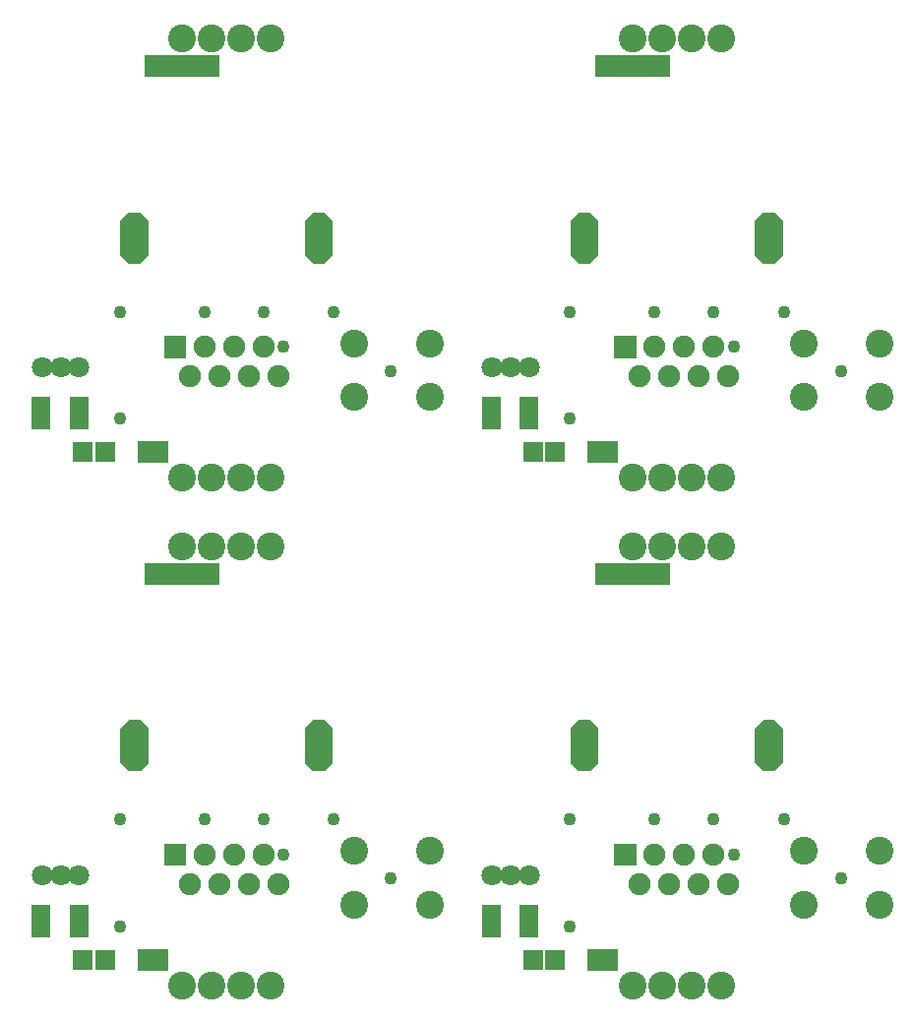
<source format=gbr>
%FSLAX34Y34*%
%MOMM*%
%LNSOLDERMASK_BOTTOM*%
G71*
G01*
%ADD10C, 1.900*%
%ADD11C, 1.800*%
%ADD12C, 2.400*%
%ADD13C, 1.100*%
%ADD14C, 1.100*%
%ADD15R, 1.400X1.900*%
%ADD16R, 1.700X1.800*%
%LPD*%
X201613Y-301625D02*
G54D10*
D03*
X188813Y-327025D02*
G54D10*
D03*
X163413Y-327025D02*
G54D10*
D03*
X227013Y-301625D02*
G54D10*
D03*
G36*
X160313Y-311125D02*
X141313Y-311125D01*
X141313Y-292125D01*
X160313Y-292125D01*
X160313Y-311125D01*
G37*
X214213Y-327025D02*
G54D10*
D03*
X239613Y-327025D02*
G54D10*
D03*
X176213Y-301625D02*
G54D10*
D03*
G36*
X103913Y-192982D02*
X110933Y-185962D01*
X120893Y-185962D01*
X127913Y-192982D01*
X127913Y-222942D01*
X120893Y-229962D01*
X110933Y-229962D01*
X103913Y-222942D01*
X103913Y-192982D01*
G37*
G36*
X262613Y-192982D02*
X269633Y-185962D01*
X279593Y-185962D01*
X286613Y-192982D01*
X286613Y-222942D01*
X279593Y-229962D01*
X269633Y-229962D01*
X262613Y-222942D01*
X262613Y-192982D01*
G37*
X36538Y-319063D02*
G54D11*
D03*
X52388Y-319088D02*
G54D11*
D03*
X68263Y-319088D02*
G54D11*
D03*
X369913Y-344463D02*
G54D12*
D03*
X369888Y-298450D02*
G54D12*
D03*
X304813Y-344463D02*
G54D12*
D03*
X304800Y-298575D02*
G54D12*
D03*
X233363Y-414338D02*
G54D12*
D03*
X207963Y-414338D02*
G54D12*
D03*
X182563Y-414338D02*
G54D12*
D03*
X157163Y-414338D02*
G54D12*
D03*
X287350Y-271450D02*
G54D13*
D03*
X227013Y-271462D02*
G54D14*
D03*
X103188Y-363538D02*
G54D13*
D03*
X336550Y-322263D02*
G54D13*
D03*
X103200Y-271450D02*
G54D13*
D03*
X176213Y-271462D02*
G54D13*
D03*
X244475Y-301625D02*
G54D13*
D03*
X169875Y-60312D02*
G54D15*
D03*
X144475Y-60312D02*
G54D15*
D03*
X182575Y-60312D02*
G54D15*
D03*
X157175Y-60312D02*
G54D15*
D03*
X131775Y-60312D02*
G54D15*
D03*
X125425Y-392100D02*
G54D15*
D03*
X138125Y-392100D02*
G54D15*
D03*
X71451Y-392100D02*
G54D16*
D03*
X90451Y-392100D02*
G54D16*
D03*
G36*
X60276Y-344762D02*
X76276Y-344762D01*
X76276Y-372762D01*
X60276Y-372762D01*
X60276Y-344762D01*
G37*
G36*
X27476Y-344762D02*
X43476Y-344762D01*
X43476Y-372762D01*
X27476Y-372762D01*
X27476Y-344762D01*
G37*
X157163Y-36462D02*
G54D12*
D03*
X182563Y-36462D02*
G54D12*
D03*
X207963Y-36462D02*
G54D12*
D03*
X233363Y-36462D02*
G54D12*
D03*
X588962Y-301625D02*
G54D10*
D03*
X576162Y-327025D02*
G54D10*
D03*
X550762Y-327025D02*
G54D10*
D03*
X614362Y-301625D02*
G54D10*
D03*
G36*
X547662Y-311125D02*
X528662Y-311125D01*
X528662Y-292125D01*
X547662Y-292125D01*
X547662Y-311125D01*
G37*
X601562Y-327025D02*
G54D10*
D03*
X626962Y-327025D02*
G54D10*
D03*
X563562Y-301625D02*
G54D10*
D03*
G36*
X491262Y-192982D02*
X498282Y-185962D01*
X508242Y-185962D01*
X515262Y-192982D01*
X515262Y-222942D01*
X508242Y-229962D01*
X498282Y-229962D01*
X491262Y-222942D01*
X491262Y-192982D01*
G37*
G36*
X649962Y-192982D02*
X656982Y-185962D01*
X666942Y-185962D01*
X673962Y-192982D01*
X673962Y-222942D01*
X666942Y-229962D01*
X656982Y-229962D01*
X649962Y-222942D01*
X649962Y-192982D01*
G37*
X423888Y-319063D02*
G54D11*
D03*
X439738Y-319088D02*
G54D11*
D03*
X455612Y-319088D02*
G54D11*
D03*
X757262Y-344463D02*
G54D12*
D03*
X757238Y-298450D02*
G54D12*
D03*
X692162Y-344463D02*
G54D12*
D03*
X692150Y-298575D02*
G54D12*
D03*
X620712Y-414338D02*
G54D12*
D03*
X595312Y-414338D02*
G54D12*
D03*
X569912Y-414338D02*
G54D12*
D03*
X544512Y-414338D02*
G54D12*
D03*
X674700Y-271450D02*
G54D13*
D03*
X614362Y-271462D02*
G54D14*
D03*
X490538Y-363538D02*
G54D13*
D03*
X723900Y-322263D02*
G54D13*
D03*
X490550Y-271450D02*
G54D13*
D03*
X563562Y-271462D02*
G54D13*
D03*
X631825Y-301625D02*
G54D13*
D03*
X557225Y-60313D02*
G54D15*
D03*
X531825Y-60313D02*
G54D15*
D03*
X569925Y-60313D02*
G54D15*
D03*
X544525Y-60313D02*
G54D15*
D03*
X519125Y-60313D02*
G54D15*
D03*
X512775Y-392100D02*
G54D15*
D03*
X525475Y-392100D02*
G54D15*
D03*
X458800Y-392100D02*
G54D16*
D03*
X477800Y-392100D02*
G54D16*
D03*
G36*
X447626Y-344762D02*
X463626Y-344762D01*
X463626Y-372762D01*
X447626Y-372762D01*
X447626Y-344762D01*
G37*
G36*
X414826Y-344762D02*
X430826Y-344762D01*
X430826Y-372762D01*
X414826Y-372762D01*
X414826Y-344762D01*
G37*
X544512Y-36463D02*
G54D12*
D03*
X569912Y-36463D02*
G54D12*
D03*
X595312Y-36463D02*
G54D12*
D03*
X620712Y-36463D02*
G54D12*
D03*
X201613Y-738188D02*
G54D10*
D03*
X188813Y-763588D02*
G54D10*
D03*
X163413Y-763588D02*
G54D10*
D03*
X227013Y-738188D02*
G54D10*
D03*
G36*
X160313Y-747688D02*
X141313Y-747688D01*
X141313Y-728688D01*
X160313Y-728688D01*
X160313Y-747688D01*
G37*
X214213Y-763588D02*
G54D10*
D03*
X239613Y-763588D02*
G54D10*
D03*
X176213Y-738188D02*
G54D10*
D03*
G36*
X103913Y-629545D02*
X110933Y-622525D01*
X120893Y-622525D01*
X127913Y-629545D01*
X127913Y-659505D01*
X120893Y-666525D01*
X110933Y-666525D01*
X103913Y-659505D01*
X103913Y-629545D01*
G37*
G36*
X262613Y-629545D02*
X269633Y-622525D01*
X279593Y-622525D01*
X286613Y-629545D01*
X286613Y-659505D01*
X279593Y-666525D01*
X269633Y-666525D01*
X262613Y-659505D01*
X262613Y-629545D01*
G37*
X36538Y-755625D02*
G54D11*
D03*
X52388Y-755650D02*
G54D11*
D03*
X68263Y-755650D02*
G54D11*
D03*
X369913Y-781025D02*
G54D12*
D03*
X369888Y-735013D02*
G54D12*
D03*
X304813Y-781025D02*
G54D12*
D03*
X304800Y-735138D02*
G54D12*
D03*
X233363Y-850900D02*
G54D12*
D03*
X207963Y-850900D02*
G54D12*
D03*
X182563Y-850900D02*
G54D12*
D03*
X157163Y-850900D02*
G54D12*
D03*
X287350Y-708012D02*
G54D13*
D03*
X227013Y-708025D02*
G54D14*
D03*
X103188Y-800100D02*
G54D13*
D03*
X336550Y-758825D02*
G54D13*
D03*
X103200Y-708012D02*
G54D13*
D03*
X176213Y-708025D02*
G54D13*
D03*
X244475Y-738188D02*
G54D13*
D03*
X169875Y-496875D02*
G54D15*
D03*
X144475Y-496875D02*
G54D15*
D03*
X182575Y-496875D02*
G54D15*
D03*
X157175Y-496875D02*
G54D15*
D03*
X131775Y-496875D02*
G54D15*
D03*
X125425Y-828663D02*
G54D15*
D03*
X138125Y-828663D02*
G54D15*
D03*
X71451Y-828662D02*
G54D16*
D03*
X90451Y-828662D02*
G54D16*
D03*
G36*
X60276Y-781325D02*
X76276Y-781325D01*
X76276Y-809325D01*
X60276Y-809325D01*
X60276Y-781325D01*
G37*
G36*
X27476Y-781325D02*
X43476Y-781325D01*
X43476Y-809325D01*
X27476Y-809325D01*
X27476Y-781325D01*
G37*
X157163Y-473025D02*
G54D12*
D03*
X182563Y-473025D02*
G54D12*
D03*
X207963Y-473025D02*
G54D12*
D03*
X233363Y-473025D02*
G54D12*
D03*
X588962Y-738188D02*
G54D10*
D03*
X576162Y-763588D02*
G54D10*
D03*
X550762Y-763588D02*
G54D10*
D03*
X614362Y-738188D02*
G54D10*
D03*
G36*
X547662Y-747688D02*
X528662Y-747688D01*
X528662Y-728688D01*
X547662Y-728688D01*
X547662Y-747688D01*
G37*
X601562Y-763588D02*
G54D10*
D03*
X626962Y-763588D02*
G54D10*
D03*
X563562Y-738188D02*
G54D10*
D03*
G36*
X491262Y-629545D02*
X498282Y-622525D01*
X508242Y-622525D01*
X515262Y-629545D01*
X515262Y-659505D01*
X508242Y-666525D01*
X498282Y-666525D01*
X491262Y-659505D01*
X491262Y-629545D01*
G37*
G36*
X649962Y-629545D02*
X656982Y-622525D01*
X666942Y-622525D01*
X673962Y-629545D01*
X673962Y-659505D01*
X666942Y-666525D01*
X656982Y-666525D01*
X649962Y-659505D01*
X649962Y-629545D01*
G37*
X423888Y-755625D02*
G54D11*
D03*
X439738Y-755650D02*
G54D11*
D03*
X455612Y-755650D02*
G54D11*
D03*
X757262Y-781025D02*
G54D12*
D03*
X757238Y-735013D02*
G54D12*
D03*
X692162Y-781025D02*
G54D12*
D03*
X692150Y-735138D02*
G54D12*
D03*
X620712Y-850900D02*
G54D12*
D03*
X595312Y-850900D02*
G54D12*
D03*
X569912Y-850900D02*
G54D12*
D03*
X544512Y-850900D02*
G54D12*
D03*
X674700Y-708012D02*
G54D13*
D03*
X614362Y-708025D02*
G54D14*
D03*
X490538Y-800100D02*
G54D13*
D03*
X723900Y-758825D02*
G54D13*
D03*
X490550Y-708012D02*
G54D13*
D03*
X563562Y-708025D02*
G54D13*
D03*
X631825Y-738188D02*
G54D13*
D03*
X557225Y-496875D02*
G54D15*
D03*
X531825Y-496875D02*
G54D15*
D03*
X569925Y-496875D02*
G54D15*
D03*
X544525Y-496875D02*
G54D15*
D03*
X519125Y-496875D02*
G54D15*
D03*
X512775Y-828663D02*
G54D15*
D03*
X525475Y-828663D02*
G54D15*
D03*
X458800Y-828662D02*
G54D16*
D03*
X477800Y-828662D02*
G54D16*
D03*
G36*
X447626Y-781325D02*
X463626Y-781325D01*
X463626Y-809325D01*
X447626Y-809325D01*
X447626Y-781325D01*
G37*
G36*
X414826Y-781325D02*
X430826Y-781325D01*
X430826Y-809325D01*
X414826Y-809325D01*
X414826Y-781325D01*
G37*
X544512Y-473025D02*
G54D12*
D03*
X569912Y-473025D02*
G54D12*
D03*
X595312Y-473025D02*
G54D12*
D03*
X620712Y-473025D02*
G54D12*
D03*
M02*

</source>
